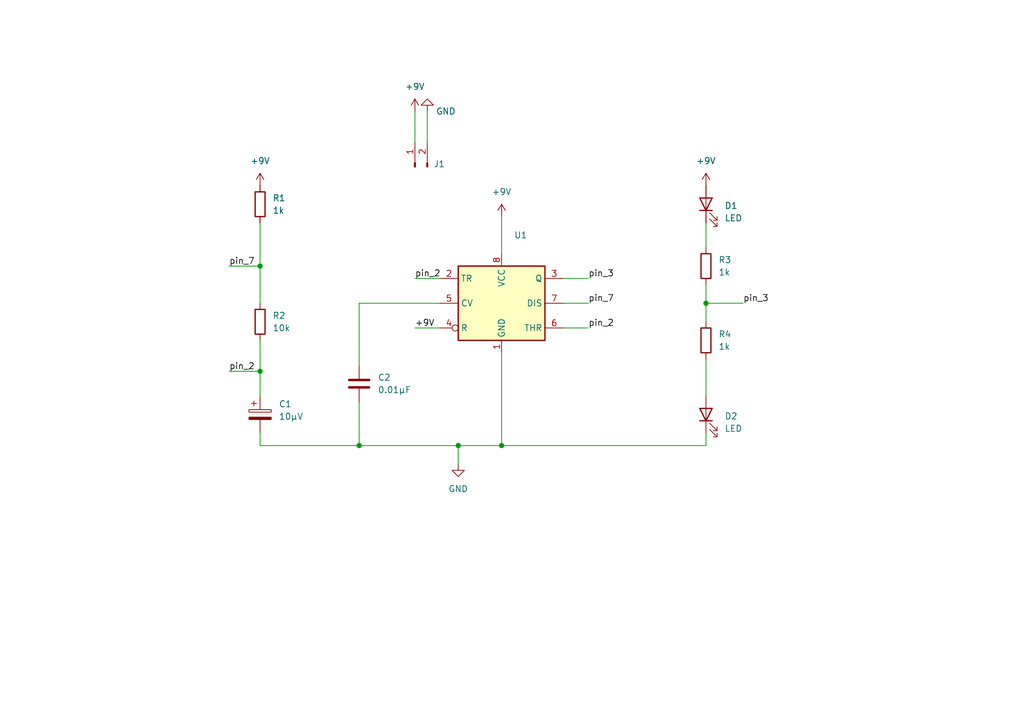
<source format=kicad_sch>
(kicad_sch (version 20211123) (generator eeschema)
  (paper "A5")
  (title_block (title "555 Timer Circuit") (date "2023-01-27"))
  (lib_symbols
    (symbol "Connector:Conn_01x02_Male" (pin_names (offset 1.016) hide)
      (property "Reference" "J" (at 0 2.54 0))
      (property "Value" "Conn_01x02_Male" (at 0 -5.08 0))
      (symbol "Conn_01x02_Male_1_1"
        (polyline (pts (xy 1.27 -2.54) (xy 0.8636 -2.54)) (stroke (width 0.1524)))
        (polyline (pts (xy 1.27 0) (xy 0.8636 0)) (stroke (width 0.1524)))
        (rectangle (start 0.8636 -2.413) (end 0 -2.667) (stroke (width 0.1524)) (fill (type outline)))
        (rectangle (start 0.8636 0.127) (end 0 -0.127) (stroke (width 0.1524)) (fill (type outline)))
        (pin passive line (at 5.08 0 180) (length 3.81) (name "Pin_1") (number "1"))
        (pin passive line (at 5.08 -2.54 180) (length 3.81) (name "Pin_2") (number "2"))
      )
    )
    (symbol "Device:C" (pin_numbers hide) (pin_names (offset 0.254))
      (property "Reference" "C" (at 0.635 2.54 0))
      (property "Value" "C" (at 0.635 -2.54 0))
      (symbol "C_0_1"
        (polyline (pts (xy -2.032 -0.762) (xy 2.032 -0.762)) (stroke (width 0.508)))
        (polyline (pts (xy -2.032 0.762) (xy 2.032 0.762)) (stroke (width 0.508)))
      )
      (symbol "C_1_1"
        (pin passive line (at 0 3.81 270) (length 2.794) (name "~") (number "1"))
        (pin passive line (at 0 -3.81 90) (length 2.794) (name "~") (number "2"))
      )
    )
    (symbol "Device:C_Polarized" (pin_numbers hide) (pin_names (offset 0.254))
      (property "Reference" "C" (at 0.635 2.54 0))
      (property "Value" "C_Polarized" (at 0.635 -2.54 0))
      (symbol "C_Polarized_0_1"
        (rectangle (start -2.286 0.508) (end 2.286 1.016))
        (polyline (pts (xy -1.778 2.286) (xy -0.762 2.286)))
        (polyline (pts (xy -1.27 2.794) (xy -1.27 1.778)))
        (rectangle (start 2.286 -0.508) (end -2.286 -1.016) (fill (type outline)))
      )
      (symbol "C_Polarized_1_1"
        (pin passive line (at 0 3.81 270) (length 2.794) (name "~") (number "1"))
        (pin passive line (at 0 -3.81 90) (length 2.794) (name "~") (number "2"))
      )
    )
    (symbol "Device:LED" (pin_numbers hide) (pin_names (offset 1.016) hide)
      (property "Reference" "D" (at 0 2.54 0))
      (property "Value" "LED" (at 0 -2.54 0))
      (symbol "LED_0_1"
        (polyline (pts (xy -1.27 -1.27) (xy -1.27 1.27)) (stroke (width 0.254)))
        (polyline (pts (xy -1.27 0) (xy 1.27 0)))
        (polyline (pts (xy 1.27 -1.27) (xy 1.27 1.27) (xy -1.27 0) (xy 1.27 -1.27)) (stroke (width 0.254)))
        (polyline (pts (xy -3.048 -0.762) (xy -4.572 -2.286) (xy -3.81 -2.286) (xy -4.572 -2.286) (xy -4.572 -1.524)))
        (polyline (pts (xy -1.778 -0.762) (xy -3.302 -2.286) (xy -2.54 -2.286) (xy -3.302 -2.286) (xy -3.302 -1.524)))
      )
      (symbol "LED_1_1"
        (pin passive line (at -3.81 0 0) (length 2.54) (name "K") (number "1"))
        (pin passive line (at 3.81 0 180) (length 2.54) (name "A") (number "2"))
      )
    )
    (symbol "Device:R" (pin_numbers hide) (pin_names (offset 0))
      (property "Reference" "R" (at 2.032 0 90))
      (property "Value" "R" (at 0 0 90))
      (symbol "R_0_1"
        (rectangle (start -1.016 -2.54) (end 1.016 2.54) (stroke (width 0.254)))
      )
      (symbol "R_1_1"
        (pin passive line (at 0 3.81 270) (length 1.27) (name "~") (number "1"))
        (pin passive line (at 0 -3.81 90) (length 1.27) (name "~") (number "2"))
      )
    )
    (symbol "Timer:NE555D"
      (property "Reference" "U" (at -10.16 8.89 0))
      (property "Value" "NE555D" (at 2.54 8.89 0))
      (symbol "NE555D_0_0"
        (pin power_in line (at 0 -10.16 90) (length 2.54) (name "GND") (number "1"))
        (pin power_in line (at 0 10.16 270) (length 2.54) (name "VCC") (number "8"))
      )
      (symbol "NE555D_0_1"
        (rectangle (start -8.89 -7.62) (end 8.89 7.62) (stroke (width 0.254)) (fill (type background)))
        (rectangle (start -8.89 -7.62) (end 8.89 7.62) (stroke (width 0.254)) (fill (type background)))
      )
      (symbol "NE555D_1_1"
        (pin input line (at -12.7 5.08 0) (length 3.81) (name "TR") (number "2"))
        (pin output line (at 12.7 5.08 180) (length 3.81) (name "Q") (number "3"))
        (pin input inverted (at -12.7 -5.08 0) (length 3.81) (name "R") (number "4"))
        (pin input line (at -12.7 0 0) (length 3.81) (name "CV") (number "5"))
        (pin input line (at 12.7 -5.08 180) (length 3.81) (name "THR") (number "6"))
        (pin input line (at 12.7 0 180) (length 3.81) (name "DIS") (number "7"))
      )
    )
    (symbol "power:+9V" (power) (pin_names (offset 0))
      (property "Value" "+9V" (at 0 3.556 0))
      (symbol "+9V_0_1"
        (polyline (pts (xy -0.762 1.27) (xy 0 2.54)))
        (polyline (pts (xy 0 0) (xy 0 2.54)))
        (polyline (pts (xy 0 2.54) (xy 0.762 1.27)))
      )
      (symbol "+9V_1_1"
        (pin power_in line (at 0 0 90) (length 0) hide (name "+9V") (number "1"))
      )
    )
    (symbol "power:GND" (power) (pin_names (offset 0))
      (property "Value" "GND" (at 0 -3.81 0))
      (symbol "GND_0_1"
        (polyline (pts (xy 0 0) (xy 0 -1.27) (xy 1.27 -1.27) (xy 0 -2.54) (xy -1.27 -1.27) (xy 0 -1.27)))
      )
      (symbol "GND_1_1"
        (pin power_in line (at 0 0 270) (length 0) hide (name "GND") (number "1"))
      )
    )
  )
  (junction (at 53.34 76.2))
  (junction (at 53.34 54.61))
  (junction (at 102.87 91.44))
  (junction (at 73.66 91.44))
  (junction (at 93.98 91.44))
  (junction (at 144.78 62.23))
  (wire (pts (xy 144.78 73.66) (xy 144.78 81.28)))
  (wire (pts (xy 144.78 58.42) (xy 144.78 62.23)))
  (wire (pts (xy 93.98 91.44) (xy 93.98 95.25)))
  (wire (pts (xy 46.99 76.2) (xy 53.34 76.2)))
  (wire (pts (xy 53.34 45.72) (xy 53.34 54.61)))
  (wire (pts (xy 53.34 91.44) (xy 73.66 91.44)))
  (wire (pts (xy 73.66 82.55) (xy 73.66 91.44)))
  (wire (pts (xy 85.09 22.86) (xy 85.09 29.21)))
  (wire (pts (xy 53.34 88.9) (xy 53.34 91.44)))
  (wire (pts (xy 85.09 67.31) (xy 90.17 67.31)))
  (wire (pts (xy 53.34 76.2) (xy 53.34 81.28)))
  (wire (pts (xy 115.57 62.23) (xy 120.65 62.23)))
  (wire (pts (xy 144.78 62.23) (xy 144.78 66.04)))
  (wire (pts (xy 102.87 44.45) (xy 102.87 52.07)))
  (wire (pts (xy 144.78 91.44) (xy 102.87 91.44)))
  (wire (pts (xy 53.34 54.61) (xy 53.34 62.23)))
  (wire (pts (xy 144.78 88.9) (xy 144.78 91.44)))
  (wire (pts (xy 144.78 62.23) (xy 152.4 62.23)))
  (wire (pts (xy 115.57 67.31) (xy 120.65 67.31)))
  (wire (pts (xy 144.78 45.72) (xy 144.78 50.8)))
  (wire (pts (xy 73.66 91.44) (xy 93.98 91.44)))
  (wire (pts (xy 73.66 62.23) (xy 90.17 62.23)))
  (wire (pts (xy 87.63 22.86) (xy 87.63 29.21)))
  (wire (pts (xy 115.57 57.15) (xy 120.65 57.15)))
  (wire (pts (xy 93.98 91.44) (xy 102.87 91.44)))
  (wire (pts (xy 53.34 69.85) (xy 53.34 76.2)))
  (wire (pts (xy 73.66 74.93) (xy 73.66 62.23)))
  (wire (pts (xy 102.87 91.44) (xy 102.87 72.39)))
  (wire (pts (xy 85.09 57.15) (xy 90.17 57.15)))
  (wire (pts (xy 46.99 54.61) (xy 53.34 54.61)))
  (label "pin_2" (at 120.65 67.31 0))
  (label "pin_3" (at 120.65 57.15 0))
  (label "pin_7" (at 120.65 62.23 0))
  (label "pin_2" (at 85.09 57.15 0))
  (label "+9V" (at 85.09 67.31 0))
  (label "pin_7" (at 46.99 54.61 0))
  (label "pin_3" (at 152.4 62.23 0))
  (label "pin_2" (at 46.99 76.2 0))
  (symbol (lib_id "Timer:NE555D") (at 102.87 62.23 0) (unit 1)
    (property "Reference" "U1" (at 105.41 48.26 0) (effects (justify left)))
    (property "Value" "NE555D" (effects hide))
    (property "Footprint" "Package_SO:SOIC-8-1EP_3.9x4.9mm_P1.27mm_EP2.29x3mm" (effects hide))
    (property "Datasheet" "http://www.ti.com/lit/ds/symlink/ne555.pdf" (effects hide))
  )
  (symbol (lib_id "Device:R") (at 53.34 66.04 0) (unit 1)
    (property "Reference" "R2" (at 55.88 64.7699 0) (effects (justify left)))
    (property "Value" "10k" (at 55.88 67.3099 0) (effects (justify left)))
    (property "Footprint" "Resistor_SMD:R_0805_2012Metric_Pad1.20x1.40mm_HandSolder" (effects hide))
  )
  (symbol (lib_id "Device:LED") (at 144.78 85.09 90) (unit 1)
    (property "Reference" "D2" (at 148.59 85.4074 90) (effects (justify right)))
    (property "Value" "LED" (at 148.59 87.9474 90) (effects (justify right)))
    (property "Footprint" "LED_SMD:LED_1206_3216Metric_Pad1.42x1.75mm_HandSolder" (effects hide))
  )
  (symbol (lib_id "Device:C_Polarized") (at 53.34 85.09 0) (unit 1)
    (property "Reference" "C1" (at 57.15 82.9309 0) (effects (justify left)))
    (property "Value" "10µV" (at 57.15 85.4709 0) (effects (justify left)))
    (property "Footprint" "Capacitor_Tantalum_SMD:CP_EIA-3216-18_Kemet-A_Pad1.58x1.35mm_HandSolder" (effects hide))
  )
  (symbol (lib_id "Device:LED") (at 144.78 41.91 90) (unit 1)
    (property "Reference" "D1" (at 148.59 42.2274 90) (effects (justify right)))
    (property "Value" "LED" (at 148.59 44.7674 90) (effects (justify right)))
    (property "Footprint" "LED_SMD:LED_1206_3216Metric_Pad1.42x1.75mm_HandSolder" (effects hide))
  )
  (symbol (lib_id "Device:R") (at 53.34 41.91 0) (unit 1)
    (property "Reference" "R1" (at 55.88 40.6399 0) (effects (justify left)))
    (property "Value" "1k" (at 55.88 43.1799 0) (effects (justify left)))
    (property "Footprint" "Resistor_SMD:R_0805_2012Metric_Pad1.20x1.40mm_HandSolder" (effects hide))
  )
  (symbol (lib_id "power:GND") (at 93.98 95.25 0) (unit 1)
    (property "Reference" "#PWR?" (effects hide))
    (property "Value" "GND" (at 93.98 100.33 0))
  )
  (symbol (lib_id "power:+9V") (at 102.87 44.45 0) (unit 1)
    (property "Reference" "#PWR?" (effects hide))
    (property "Value" "+9V" (at 102.87 39.37 0))
  )
  (symbol (lib_id "Device:C") (at 73.66 78.74 0) (unit 1)
    (property "Reference" "C2" (at 77.47 77.4699 0) (effects (justify left)))
    (property "Value" "0.01µF" (at 77.47 80.0099 0) (effects (justify left)))
    (property "Footprint" "Capacitor_SMD:C_0805_2012Metric_Pad1.18x1.45mm_HandSolder" (effects hide))
  )
  (symbol (lib_id "power:+9V") (at 53.34 38.1 0) (unit 1)
    (property "Reference" "#PWR?" (effects hide))
    (property "Value" "+9V" (at 53.34 33.02 0))
  )
  (symbol (lib_id "Device:R") (at 144.78 54.61 0) (unit 1)
    (property "Reference" "R3" (at 147.32 53.3399 0) (effects (justify left)))
    (property "Value" "1k" (at 147.32 55.8799 0) (effects (justify left)))
    (property "Footprint" "Resistor_SMD:R_0805_2012Metric_Pad1.20x1.40mm_HandSolder" (effects hide))
  )
  (symbol (lib_id "power:GND") (at 87.63 22.86 180) (unit 1)
    (property "Reference" "#PWR?" (effects hide))
    (property "Value" "GND" (at 91.44 22.86 0))
  )
  (symbol (lib_id "Connector:Conn_01x02_Male") (at 85.09 34.29 90) (unit 1)
    (property "Reference" "J1" (at 88.9 33.6549 90) (effects (justify right)))
    (property "Value" "Conn_01x02_Male" (effects hide))
    (property "Footprint" "TerminalBlock:TerminalBlock_bornier-2_P5.08mm" (effects hide))
  )
  (symbol (lib_id "power:+9V") (at 85.09 22.86 0) (unit 1)
    (property "Reference" "#PWR?" (effects hide))
    (property "Value" "+9V" (at 85.09 17.78 0))
  )
  (symbol (lib_id "power:+9V") (at 144.78 38.1 0) (unit 1)
    (property "Reference" "#PWR?" (effects hide))
    (property "Value" "+9V" (at 144.78 33.02 0))
  )
  (symbol (lib_id "Device:R") (at 144.78 69.85 0) (unit 1)
    (property "Reference" "R4" (at 147.32 68.5799 0) (effects (justify left)))
    (property "Value" "1k" (at 147.32 71.1199 0) (effects (justify left)))
    (property "Footprint" "Resistor_SMD:R_0805_2012Metric_Pad1.20x1.40mm_HandSolder" (effects hide))
  )
)
</source>
